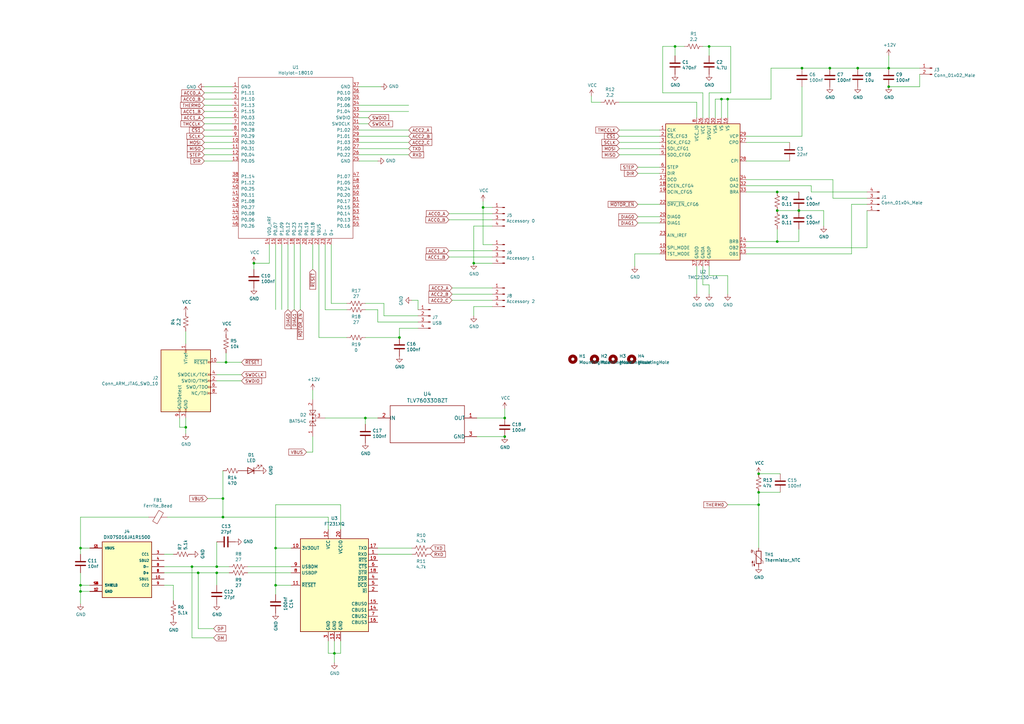
<source format=kicad_sch>
(kicad_sch (version 20211123) (generator eeschema)
  (paper "A3")
  (junction (at 364.49 35.56))
  (junction (at 137.16 267.97))
  (junction (at 311.15 201.93))
  (junction (at 33.02 240.03))
  (junction (at 113.03 240.03))
  (junction (at 351.79 27.94))
  (junction (at 33.02 242.57))
  (junction (at 298.45 40.64))
  (junction (at 104.14 107.95))
  (junction (at 91.44 204.47))
  (junction (at 198.12 85.09))
  (junction (at 295.91 40.64))
  (junction (at 33.02 224.79))
  (junction (at 311.15 194.31))
  (junction (at 88.9 234.95))
  (junction (at 364.49 27.94))
  (junction (at 276.86 19.05))
  (junction (at 318.77 99.06))
  (junction (at 327.66 86.36))
  (junction (at 92.71 148.59))
  (junction (at 311.15 207.01))
  (junction (at 113.03 224.79))
  (junction (at 207.01 171.45))
  (junction (at 78.74 232.41))
  (junction (at 340.36 27.94))
  (junction (at 318.77 86.36))
  (junction (at 290.83 19.05))
  (junction (at 76.2 175.26))
  (junction (at 328.93 27.94))
  (junction (at 81.28 234.95))
  (junction (at 207.01 179.07))
  (junction (at 163.83 138.43))
  (junction (at 91.44 212.09))
  (junction (at 149.86 171.45))
  (junction (at 318.77 78.74))
  (junction (at 88.9 232.41))
  (junction (at 194.31 107.95))
  (wire (pts (xy 33.02 240.03) (xy 33.02 242.57)))
  (wire (pts (xy 68.58 212.09) (xy 91.44 212.09)))
  (wire (pts (xy 91.44 212.09) (xy 134.62 212.09)))
  (wire (pts (xy 355.6 81.28) (xy 341.63 81.28)))
  (wire (pts (xy 88.9 234.95) (xy 81.28 234.95)))
  (wire (pts (xy 125.73 185.42) (xy 128.27 185.42)))
  (wire (pts (xy 142.24 138.43) (xy 130.81 138.43)))
  (wire (pts (xy 260.35 104.14) (xy 260.35 109.22)))
  (wire (pts (xy 290.83 113.03) (xy 298.45 113.03)))
  (wire (pts (xy 299.72 38.1) (xy 299.72 19.05)))
  (wire (pts (xy 270.51 104.14) (xy 260.35 104.14)))
  (wire (pts (xy 76.2 171.45) (xy 76.2 175.26)))
  (wire (pts (xy 83.82 60.96) (xy 95.25 60.96)))
  (wire (pts (xy 78.74 261.62) (xy 87.63 261.62)))
  (wire (pts (xy 130.81 138.43) (xy 130.81 100.33)))
  (wire (pts (xy 33.02 224.79) (xy 36.83 224.79)))
  (wire (pts (xy 95.25 63.5) (xy 83.82 63.5)))
  (wire (pts (xy 88.9 222.25) (xy 88.9 232.41)))
  (wire (pts (xy 198.12 85.09) (xy 198.12 82.55)))
  (wire (pts (xy 306.07 55.88) (xy 328.93 55.88)))
  (wire (pts (xy 110.49 100.33) (xy 110.49 107.95)))
  (wire (pts (xy 285.75 41.91) (xy 254 41.91)))
  (wire (pts (xy 83.82 45.72) (xy 95.25 45.72)))
  (wire (pts (xy 288.29 116.84) (xy 290.83 116.84)))
  (wire (pts (xy 147.32 50.8) (xy 151.13 50.8)))
  (wire (pts (xy 261.62 83.82) (xy 270.51 83.82)))
  (wire (pts (xy 320.04 201.93) (xy 311.15 201.93)))
  (wire (pts (xy 271.78 19.05) (xy 271.78 38.1)))
  (wire (pts (xy 290.83 116.84) (xy 290.83 120.65)))
  (wire (pts (xy 285.75 109.22) (xy 285.75 120.65)))
  (wire (pts (xy 36.83 240.03) (xy 33.02 240.03)))
  (wire (pts (xy 270.51 68.58) (xy 261.62 68.58)))
  (wire (pts (xy 194.31 129.54) (xy 194.31 125.73)))
  (wire (pts (xy 157.48 129.54) (xy 157.48 124.46)))
  (wire (pts (xy 147.32 66.04) (xy 154.94 66.04)))
  (wire (pts (xy 311.15 201.93) (xy 311.15 207.01)))
  (wire (pts (xy 135.89 100.33) (xy 135.89 124.46)))
  (wire (pts (xy 290.83 38.1) (xy 299.72 38.1)))
  (wire (pts (xy 123.19 100.33) (xy 123.19 127)))
  (wire (pts (xy 149.86 124.46) (xy 157.48 124.46)))
  (wire (pts (xy 139.7 207.01) (xy 113.03 207.01)))
  (wire (pts (xy 185.42 123.19) (xy 201.93 123.19)))
  (wire (pts (xy 92.71 148.59) (xy 88.9 148.59)))
  (wire (pts (xy 137.16 267.97) (xy 134.62 267.97)))
  (wire (pts (xy 341.63 73.66) (xy 341.63 81.28)))
  (wire (pts (xy 195.58 171.45) (xy 207.01 171.45)))
  (wire (pts (xy 201.93 102.87) (xy 184.15 102.87)))
  (wire (pts (xy 33.02 227.33) (xy 33.02 224.79)))
  (wire (pts (xy 83.82 58.42) (xy 95.25 58.42)))
  (wire (pts (xy 242.57 39.37) (xy 242.57 41.91)))
  (wire (pts (xy 306.07 101.6) (xy 355.6 101.6)))
  (wire (pts (xy 83.82 50.8) (xy 95.25 50.8)))
  (wire (pts (xy 194.31 92.71) (xy 201.93 92.71)))
  (wire (pts (xy 293.37 40.64) (xy 295.91 40.64)))
  (wire (pts (xy 270.51 88.9) (xy 261.62 88.9)))
  (wire (pts (xy 135.89 124.46) (xy 142.24 124.46)))
  (wire (pts (xy 154.94 132.08) (xy 171.45 132.08)))
  (wire (pts (xy 198.12 100.33) (xy 198.12 85.09)))
  (wire (pts (xy 323.85 66.04) (xy 306.07 66.04)))
  (wire (pts (xy 311.15 207.01) (xy 311.15 224.79)))
  (wire (pts (xy 119.38 224.79) (xy 113.03 224.79)))
  (wire (pts (xy 201.93 105.41) (xy 184.15 105.41)))
  (wire (pts (xy 133.35 127) (xy 133.35 100.33)))
  (wire (pts (xy 147.32 35.56) (xy 156.21 35.56)))
  (wire (pts (xy 270.51 55.88) (xy 254 55.88)))
  (wire (pts (xy 332.74 78.74) (xy 355.6 78.74)))
  (wire (pts (xy 318.77 93.98) (xy 318.77 99.06)))
  (wire (pts (xy 154.94 127) (xy 149.86 127)))
  (wire (pts (xy 316.23 27.94) (xy 328.93 27.94)))
  (wire (pts (xy 270.51 63.5) (xy 254 63.5)))
  (wire (pts (xy 115.57 127) (xy 115.57 100.33)))
  (wire (pts (xy 328.93 27.94) (xy 340.36 27.94)))
  (wire (pts (xy 128.27 100.33) (xy 128.27 110.49)))
  (wire (pts (xy 201.93 87.63) (xy 184.15 87.63)))
  (wire (pts (xy 167.64 63.5) (xy 147.32 63.5)))
  (wire (pts (xy 167.64 45.72) (xy 147.32 45.72)))
  (wire (pts (xy 119.38 240.03) (xy 113.03 240.03)))
  (wire (pts (xy 195.58 179.07) (xy 207.01 179.07)))
  (wire (pts (xy 327.66 93.98) (xy 327.66 99.06)))
  (wire (pts (xy 163.83 138.43) (xy 163.83 134.62)))
  (wire (pts (xy 377.19 30.48) (xy 377.19 35.56)))
  (wire (pts (xy 201.93 107.95) (xy 194.31 107.95)))
  (wire (pts (xy 185.42 118.11) (xy 201.93 118.11)))
  (wire (pts (xy 327.66 78.74) (xy 318.77 78.74)))
  (wire (pts (xy 270.51 71.12) (xy 261.62 71.12)))
  (wire (pts (xy 134.62 267.97) (xy 134.62 262.89)))
  (wire (pts (xy 81.28 234.95) (xy 67.31 234.95)))
  (wire (pts (xy 171.45 129.54) (xy 157.48 129.54)))
  (wire (pts (xy 167.64 60.96) (xy 147.32 60.96)))
  (wire (pts (xy 295.91 40.64) (xy 298.45 40.64)))
  (wire (pts (xy 83.82 53.34) (xy 95.25 53.34)))
  (wire (pts (xy 92.71 144.78) (xy 92.71 148.59)))
  (wire (pts (xy 67.31 240.03) (xy 71.12 240.03)))
  (wire (pts (xy 60.96 212.09) (xy 33.02 212.09)))
  (wire (pts (xy 201.93 90.17) (xy 184.15 90.17)))
  (wire (pts (xy 332.74 76.2) (xy 306.07 76.2)))
  (wire (pts (xy 288.29 38.1) (xy 288.29 48.26)))
  (wire (pts (xy 295.91 48.26) (xy 295.91 40.64)))
  (wire (pts (xy 147.32 48.26) (xy 151.13 48.26)))
  (wire (pts (xy 101.6 234.95) (xy 119.38 234.95)))
  (wire (pts (xy 91.44 204.47) (xy 91.44 212.09)))
  (wire (pts (xy 128.27 185.42) (xy 128.27 179.07)))
  (wire (pts (xy 298.45 113.03) (xy 298.45 120.65)))
  (wire (pts (xy 76.2 135.89) (xy 76.2 140.97)))
  (wire (pts (xy 364.49 22.86) (xy 364.49 27.94)))
  (wire (pts (xy 99.06 153.67) (xy 88.9 153.67)))
  (wire (pts (xy 167.64 43.18) (xy 147.32 43.18)))
  (wire (pts (xy 134.62 212.09) (xy 134.62 217.17)))
  (wire (pts (xy 36.83 242.57) (xy 33.02 242.57)))
  (wire (pts (xy 185.42 120.65) (xy 201.93 120.65)))
  (wire (pts (xy 293.37 48.26) (xy 293.37 40.64)))
  (wire (pts (xy 163.83 134.62) (xy 171.45 134.62)))
  (wire (pts (xy 139.7 207.01) (xy 139.7 217.17)))
  (wire (pts (xy 83.82 48.26) (xy 95.25 48.26)))
  (wire (pts (xy 110.49 107.95) (xy 104.14 107.95)))
  (wire (pts (xy 83.82 43.18) (xy 95.25 43.18)))
  (wire (pts (xy 142.24 127) (xy 133.35 127)))
  (wire (pts (xy 298.45 207.01) (xy 311.15 207.01)))
  (wire (pts (xy 328.93 55.88) (xy 328.93 35.56)))
  (wire (pts (xy 118.11 127) (xy 118.11 100.33)))
  (wire (pts (xy 168.91 227.33) (xy 154.94 227.33)))
  (wire (pts (xy 290.83 48.26) (xy 290.83 38.1)))
  (wire (pts (xy 320.04 194.31) (xy 311.15 194.31)))
  (wire (pts (xy 377.19 27.94) (xy 364.49 27.94)))
  (wire (pts (xy 332.74 78.74) (xy 332.74 76.2)))
  (wire (pts (xy 306.07 58.42) (xy 323.85 58.42)))
  (wire (pts (xy 128.27 160.02) (xy 128.27 163.83)))
  (wire (pts (xy 104.14 110.49) (xy 104.14 107.95)))
  (wire (pts (xy 298.45 48.26) (xy 298.45 40.64)))
  (wire (pts (xy 88.9 240.03) (xy 88.9 234.95)))
  (wire (pts (xy 120.65 100.33) (xy 120.65 127)))
  (wire (pts (xy 99.06 156.21) (xy 88.9 156.21)))
  (wire (pts (xy 113.03 240.03) (xy 113.03 243.84)))
  (wire (pts (xy 137.16 267.97) (xy 137.16 271.78)))
  (wire (pts (xy 33.02 212.09) (xy 33.02 224.79)))
  (wire (pts (xy 290.83 109.22) (xy 290.83 113.03)))
  (wire (pts (xy 139.7 267.97) (xy 137.16 267.97)))
  (wire (pts (xy 113.03 127) (xy 113.03 100.33)))
  (wire (pts (xy 318.77 86.36) (xy 327.66 86.36)))
  (wire (pts (xy 93.98 234.95) (xy 88.9 234.95)))
  (wire (pts (xy 270.51 58.42) (xy 254 58.42)))
  (wire (pts (xy 270.51 91.44) (xy 261.62 91.44)))
  (wire (pts (xy 271.78 38.1) (xy 288.29 38.1)))
  (wire (pts (xy 168.91 123.19) (xy 171.45 123.19)))
  (wire (pts (xy 149.86 138.43) (xy 163.83 138.43)))
  (wire (pts (xy 73.66 171.45) (xy 73.66 175.26)))
  (wire (pts (xy 276.86 19.05) (xy 271.78 19.05)))
  (wire (pts (xy 171.45 123.19) (xy 171.45 127)))
  (wire (pts (xy 194.31 125.73) (xy 201.93 125.73)))
  (wire (pts (xy 318.77 99.06) (xy 306.07 99.06)))
  (wire (pts (xy 33.02 234.95) (xy 33.02 240.03)))
  (wire (pts (xy 194.31 107.95) (xy 194.31 92.71)))
  (wire (pts (xy 201.93 100.33) (xy 198.12 100.33)))
  (wire (pts (xy 81.28 257.81) (xy 81.28 234.95)))
  (wire (pts (xy 83.82 35.56) (xy 95.25 35.56)))
  (wire (pts (xy 288.29 19.05) (xy 290.83 19.05)))
  (wire (pts (xy 316.23 40.64) (xy 316.23 27.94)))
  (wire (pts (xy 201.93 85.09) (xy 198.12 85.09)))
  (wire (pts (xy 85.09 204.47) (xy 91.44 204.47)))
  (wire (pts (xy 139.7 262.89) (xy 139.7 267.97)))
  (wire (pts (xy 327.66 99.06) (xy 318.77 99.06)))
  (wire (pts (xy 83.82 38.1) (xy 95.25 38.1)))
  (wire (pts (xy 288.29 109.22) (xy 288.29 116.84)))
  (wire (pts (xy 377.19 35.56) (xy 364.49 35.56)))
  (wire (pts (xy 147.32 55.88) (xy 167.64 55.88)))
  (wire (pts (xy 87.63 257.81) (xy 81.28 257.81)))
  (wire (pts (xy 337.82 86.36) (xy 337.82 92.71)))
  (wire (pts (xy 207.01 171.45) (xy 207.01 167.64)))
  (wire (pts (xy 113.03 224.79) (xy 113.03 240.03)))
  (wire (pts (xy 298.45 40.64) (xy 316.23 40.64)))
  (wire (pts (xy 78.74 232.41) (xy 78.74 261.62)))
  (wire (pts (xy 83.82 55.88) (xy 95.25 55.88)))
  (wire (pts (xy 341.63 73.66) (xy 306.07 73.66)))
  (wire (pts (xy 88.9 232.41) (xy 78.74 232.41)))
  (wire (pts (xy 149.86 171.45) (xy 154.94 171.45)))
  (wire (pts (xy 270.51 53.34) (xy 254 53.34)))
  (wire (pts (xy 147.32 53.34) (xy 167.64 53.34)))
  (wire (pts (xy 137.16 262.89) (xy 137.16 267.97)))
  (wire (pts (xy 285.75 48.26) (xy 285.75 41.91)))
  (wire (pts (xy 113.03 207.01) (xy 113.03 224.79)))
  (wire (pts (xy 299.72 19.05) (xy 290.83 19.05)))
  (wire (pts (xy 349.25 83.82) (xy 355.6 83.82)))
  (wire (pts (xy 327.66 86.36) (xy 337.82 86.36)))
  (wire (pts (xy 154.94 127) (xy 154.94 132.08)))
  (wire (pts (xy 149.86 173.99) (xy 149.86 171.45)))
  (wire (pts (xy 101.6 232.41) (xy 119.38 232.41)))
  (wire (pts (xy 95.25 66.04) (xy 83.82 66.04)))
  (wire (pts (xy 73.66 175.26) (xy 76.2 175.26)))
  (wire (pts (xy 71.12 227.33) (xy 67.31 227.33)))
  (wire (pts (xy 349.25 104.14) (xy 349.25 83.82)))
  (wire (pts (xy 133.35 171.45) (xy 149.86 171.45)))
  (wire (pts (xy 91.44 193.04) (xy 91.44 204.47)))
  (wire (pts (xy 318.77 78.74) (xy 306.07 78.74)))
  (wire (pts (xy 276.86 19.05) (xy 276.86 22.86)))
  (wire (pts (xy 168.91 224.79) (xy 154.94 224.79)))
  (wire (pts (xy 78.74 232.41) (xy 67.31 232.41)))
  (wire (pts (xy 76.2 175.26) (xy 76.2 177.8)))
  (wire (pts (xy 355.6 86.36) (xy 355.6 101.6)))
  (wire (pts (xy 280.67 19.05) (xy 276.86 19.05)))
  (wire (pts (xy 242.57 41.91) (xy 246.38 41.91)))
  (wire (pts (xy 147.32 58.42) (xy 167.64 58.42)))
  (wire (pts (xy 33.02 242.57) (xy 33.02 247.65)))
  (wire (pts (xy 340.36 27.94) (xy 351.79 27.94)))
  (wire (pts (xy 71.12 240.03) (xy 71.12 246.38)))
  (wire (pts (xy 99.06 148.59) (xy 92.71 148.59)))
  (wire (pts (xy 290.83 19.05) (xy 290.83 22.86)))
  (wire (pts (xy 93.98 232.41) (xy 88.9 232.41)))
  (wire (pts (xy 270.51 60.96) (xy 254 60.96)))
  (wire (pts (xy 327.66 86.36) (xy 327.66 87.63)))
  (wire (pts (xy 351.79 27.94) (xy 364.49 27.94)))
  (wire (pts (xy 306.07 104.14) (xy 349.25 104.14)))
  (wire (pts (xy 83.82 40.64) (xy 95.25 40.64)))
  (global_label "RXD" (shape input) (at 167.64 63.5 0) (property "Intersheet References" "${INTERSHEET_REFS}" (effects hide)))
  (global_label "DIR" (shape input) (at 261.62 71.12 180) (property "Intersheet References" "${INTERSHEET_REFS}" (effects hide)))
  (global_label "ACC2_A" (shape input) (at 185.42 118.11 180) (property "Intersheet References" "${INTERSHEET_REFS}" (effects hide)))
  (global_label "ACC1_B" (shape input) (at 83.82 45.72 180) (property "Intersheet References" "${INTERSHEET_REFS}" (effects hide)))
  (global_label "SWDCLK" (shape input) (at 99.06 153.67 0) (property "Intersheet References" "${INTERSHEET_REFS}" (effects hide)))
  (global_label "~{MOTOR_EN}" (shape input) (at 123.19 127 270) (property "Intersheet References" "${INTERSHEET_REFS}" (effects hide)))
  (global_label "MISO" (shape input) (at 254 63.5 180) (property "Intersheet References" "${INTERSHEET_REFS}" (effects hide)))
  (global_label "ACC0_A" (shape input) (at 184.15 87.63 180) (property "Intersheet References" "${INTERSHEET_REFS}" (effects hide)))
  (global_label "~{CS1}" (shape input) (at 83.82 53.34 180) (property "Intersheet References" "${INTERSHEET_REFS}" (effects hide)))
  (global_label "TMCCLK" (shape input) (at 83.82 50.8 180) (property "Intersheet References" "${INTERSHEET_REFS}" (effects hide)))
  (global_label "DM" (shape input) (at 87.63 261.62 0) (property "Intersheet References" "${INTERSHEET_REFS}" (effects hide)))
  (global_label "ACC0_A" (shape input) (at 83.82 38.1 180) (property "Intersheet References" "${INTERSHEET_REFS}" (effects hide)))
  (global_label "STEP" (shape input) (at 261.62 68.58 180) (property "Intersheet References" "${INTERSHEET_REFS}" (effects hide)))
  (global_label "DIR" (shape input) (at 83.82 66.04 180) (property "Intersheet References" "${INTERSHEET_REFS}" (effects hide)))
  (global_label "VBUS" (shape input) (at 125.73 185.42 180) (property "Intersheet References" "${INTERSHEET_REFS}" (effects hide)))
  (global_label "ACC1_A" (shape input) (at 184.15 102.87 180) (property "Intersheet References" "${INTERSHEET_REFS}" (effects hide)))
  (global_label "TXD" (shape input) (at 176.53 224.79 0) (property "Intersheet References" "${INTERSHEET_REFS}" (effects hide)))
  (global_label "SWDCLK" (shape input) (at 151.13 50.8 0) (property "Intersheet References" "${INTERSHEET_REFS}" (effects hide)))
  (global_label "SWDIO" (shape input) (at 151.13 48.26 0) (property "Intersheet References" "${INTERSHEET_REFS}" (effects hide)))
  (global_label "VBUS" (shape input) (at 85.09 204.47 180) (property "Intersheet References" "${INTERSHEET_REFS}" (effects hide)))
  (global_label "ACC0_B" (shape input) (at 184.15 90.17 180) (property "Intersheet References" "${INTERSHEET_REFS}" (effects hide)))
  (global_label "STEP" (shape input) (at 83.82 63.5 180) (property "Intersheet References" "${INTERSHEET_REFS}" (effects hide)))
  (global_label "DIAG1" (shape input) (at 120.65 127 270) (property "Intersheet References" "${INTERSHEET_REFS}" (effects hide)))
  (global_label "MOSI" (shape input) (at 83.82 58.42 180) (property "Intersheet References" "${INTERSHEET_REFS}" (effects hide)))
  (global_label "SCLK" (shape input) (at 254 58.42 180) (property "Intersheet References" "${INTERSHEET_REFS}" (effects hide)))
  (global_label "ACC2_C" (shape input) (at 167.64 58.42 0) (property "Intersheet References" "${INTERSHEET_REFS}" (effects hide)))
  (global_label "MOSI" (shape input) (at 254 60.96 180) (property "Intersheet References" "${INTERSHEET_REFS}" (effects hide)))
  (global_label "ACC1_B" (shape input) (at 184.15 105.41 180) (property "Intersheet References" "${INTERSHEET_REFS}" (effects hide)))
  (global_label "MISO" (shape input) (at 83.82 60.96 180) (property "Intersheet References" "${INTERSHEET_REFS}" (effects hide)))
  (global_label "THERM0" (shape input) (at 83.82 43.18 180) (property "Intersheet References" "${INTERSHEET_REFS}" (effects hide)))
  (global_label "ACC0_B" (shape input) (at 83.82 40.64 180) (property "Intersheet References" "${INTERSHEET_REFS}" (effects hide)))
  (global_label "DIAG0" (shape input) (at 261.62 88.9 180) (property "Intersheet References" "${INTERSHEET_REFS}" (effects hide)))
  (global_label "ACC1_A" (shape input) (at 83.82 48.26 180) (property "Intersheet References" "${INTERSHEET_REFS}" (effects hide)))
  (global_label "ACC2_C" (shape input) (at 185.42 123.19 180) (property "Intersheet References" "${INTERSHEET_REFS}" (effects hide)))
  (global_label "RXD" (shape input) (at 176.53 227.33 0) (property "Intersheet References" "${INTERSHEET_REFS}" (effects hide)))
  (global_label "SCLK" (shape input) (at 83.82 55.88 180) (property "Intersheet References" "${INTERSHEET_REFS}" (effects hide)))
  (global_label "SWDIO" (shape input) (at 99.06 156.21 0) (property "Intersheet References" "${INTERSHEET_REFS}" (effects hide)))
  (global_label "ACC2_A" (shape input) (at 167.64 53.34 0) (property "Intersheet References" "${INTERSHEET_REFS}" (effects hide)))
  (global_label "DIAG0" (shape input) (at 118.11 127 270) (property "Intersheet References" "${INTERSHEET_REFS}" (effects hide)))
  (global_label "~{RESET}" (shape input) (at 128.27 110.49 270) (property "Intersheet References" "${INTERSHEET_REFS}" (effects hide)))
  (global_label "TXD" (shape input) (at 167.64 60.96 0) (property "Intersheet References" "${INTERSHEET_REFS}" (effects hide)))
  (global_label "DIAG1" (shape input) (at 261.62 91.44 180) (property "Intersheet References" "${INTERSHEET_REFS}" (effects hide)))
  (global_label "~{MOTOR_EN}" (shape input) (at 261.62 83.82 180) (property "Intersheet References" "${INTERSHEET_REFS}" (effects hide)))
  (global_label "~{RESET}" (shape input) (at 99.06 148.59 0) (property "Intersheet References" "${INTERSHEET_REFS}" (effects hide)))
  (global_label "TMCCLK" (shape input) (at 254 53.34 180) (property "Intersheet References" "${INTERSHEET_REFS}" (effects hide)))
  (global_label "~{CS1}" (shape input) (at 254 55.88 180) (property "Intersheet References" "${INTERSHEET_REFS}" (effects hide)))
  (global_label "ACC2_B" (shape input) (at 185.42 120.65 180) (property "Intersheet References" "${INTERSHEET_REFS}" (effects hide)))
  (global_label "DP" (shape input) (at 87.63 257.81 0) (property "Intersheet References" "${INTERSHEET_REFS}" (effects hide)))
  (global_label "THERM0" (shape input) (at 298.45 207.01 180) (property "Intersheet References" "${INTERSHEET_REFS}" (effects hide)))
  (global_label "ACC2_B" (shape input) (at 167.64 55.88 0) (property "Intersheet References" "${INTERSHEET_REFS}" (effects hide)))
  (symbol (lib_id "phocuser-rescue:HolyIot-18010-Phischbol") (at 95.25 29.21 0) (unit 1)
    (property "Reference" "U1" (at 121.285 27.559 0))
    (property "Value" "HolyIot-18010" (at 121.285 29.8704 0))
    (property "Footprint" "Phischbol:HOLYIOT-18010" (effects hide))
  )
  (symbol (lib_id "phocuser-rescue:TMC2130-LA-Driver_Motor") (at 288.29 78.74 0) (unit 1)
    (property "Reference" "U2" (at 288.29 111.4806 0))
    (property "Value" "TMC2130-LA" (at 288.29 113.792 0))
    (property "Footprint" "Package_DFN_QFN:QFN-36-1EP_5x6mm_P0.5mm_EP3.6x4.1mm_ThermalVias" (effects hide))
    (property "Datasheet" "http://www.trinamic.com/fileadmin/assets/Products/ICs_Documents/TMC2130_datasheet.pdf" (effects hide))
  )
  (symbol (lib_id "power:GND") (at 260.35 109.22 0) (unit 1)
    (property "Reference" "#PWR0101" (effects hide))
    (property "Value" "GND" (at 260.477 113.6142 0))
  )
  (symbol (lib_id "power:GND") (at 285.75 120.65 0) (unit 1)
    (property "Reference" "#PWR0102" (effects hide))
    (property "Value" "GND" (at 285.877 125.0442 0))
  )
  (symbol (lib_id "Device:C") (at 290.83 26.67 0) (unit 1)
    (property "Reference" "C2" (at 293.751 25.5016 0) (effects (justify left)))
    (property "Value" "4.7U" (at 293.751 27.813 0) (effects (justify left)))
    (property "Footprint" "Capacitor_SMD:C_0805_2012Metric" (effects hide))
  )
  (symbol (lib_id "Device:C") (at 276.86 26.67 0) (unit 1)
    (property "Reference" "C1" (at 279.781 25.5016 0) (effects (justify left)))
    (property "Value" "470nF" (at 279.781 27.813 0) (effects (justify left)))
    (property "Footprint" "Capacitor_SMD:C_0402_1005Metric" (effects hide))
  )
  (symbol (lib_id "Device:R_US") (at 284.48 19.05 270) (unit 1)
    (property "Reference" "R1" (at 284.48 13.843 90))
    (property "Value" "2.2" (at 284.48 16.1544 90))
    (property "Footprint" "Resistor_SMD:R_0402_1005Metric" (effects hide))
  )
  (symbol (lib_id "power:GND") (at 276.86 30.48 0) (unit 1)
    (property "Reference" "#PWR0104" (effects hide))
    (property "Value" "GND" (at 276.987 34.8742 0))
  )
  (symbol (lib_id "Connector:Conn_01x04_Male") (at 360.68 83.82 180) (unit 1)
    (property "Reference" "J1" (at 361.3912 80.8228 0) (effects (justify right)))
    (property "Value" "Conn_01x04_Male" (at 361.3912 83.1342 0) (effects (justify right)))
    (property "Footprint" "Connector_JST:JST_XH_B4B-XH-A_1x04_P2.50mm_Vertical" (effects hide))
  )
  (symbol (lib_id "Device:C") (at 323.85 62.23 0) (unit 1)
    (property "Reference" "C3" (at 326.771 61.0616 0) (effects (justify left)))
    (property "Value" "22nf" (at 326.771 63.373 0) (effects (justify left)))
    (property "Footprint" "Capacitor_SMD:C_0402_1005Metric" (effects hide))
  )
  (symbol (lib_id "Device:C") (at 328.93 31.75 0) (unit 1)
    (property "Reference" "C6" (at 331.851 30.5816 0) (effects (justify left)))
    (property "Value" "100nf" (at 331.851 32.893 0) (effects (justify left)))
    (property "Footprint" "Capacitor_SMD:C_0402_1005Metric" (effects hide))
  )
  (symbol (lib_id "Device:C") (at 340.36 31.75 0) (unit 1)
    (property "Reference" "C7" (at 343.281 30.5816 0) (effects (justify left)))
    (property "Value" "100nf" (at 343.281 32.893 0) (effects (justify left)))
    (property "Footprint" "Capacitor_SMD:C_0402_1005Metric" (effects hide))
  )
  (symbol (lib_id "Device:C") (at 351.79 31.75 0) (unit 1)
    (property "Reference" "C8" (at 354.711 30.5816 0) (effects (justify left)))
    (property "Value" "10u" (at 354.711 32.893 0) (effects (justify left)))
    (property "Footprint" "Capacitor_SMD:C_0805_2012Metric" (effects hide))
  )
  (symbol (lib_id "Device:C") (at 364.49 31.75 0) (unit 1)
    (property "Reference" "C9" (at 367.411 30.5816 0) (effects (justify left)))
    (property "Value" "100nf" (at 367.411 32.893 0) (effects (justify left)))
    (property "Footprint" "Capacitor_SMD:C_0402_1005Metric" (effects hide))
  )
  (symbol (lib_id "Device:R_US") (at 318.77 82.55 180) (unit 1)
    (property "Reference" "R2" (at 320.4972 81.3816 0) (effects (justify right)))
    (property "Value" "0.11" (at 320.4972 83.693 0) (effects (justify right)))
    (property "Footprint" "Resistor_SMD:R_0805_2012Metric" (effects hide))
  )
  (symbol (lib_id "Device:R_US") (at 318.77 90.17 180) (unit 1)
    (property "Reference" "R3" (at 320.4972 89.0016 0) (effects (justify right)))
    (property "Value" "0.11" (at 320.4972 91.313 0) (effects (justify right)))
    (property "Footprint" "Resistor_SMD:R_0805_2012Metric" (effects hide))
  )
  (symbol (lib_id "Device:C") (at 327.66 82.55 0) (unit 1)
    (property "Reference" "C4" (at 330.581 81.3816 0) (effects (justify left)))
    (property "Value" "100nf" (at 330.581 83.693 0) (effects (justify left)))
    (property "Footprint" "Capacitor_SMD:C_0402_1005Metric" (effects hide))
  )
  (symbol (lib_id "Device:C") (at 327.66 90.17 0) (unit 1)
    (property "Reference" "C5" (at 330.581 89.0016 0) (effects (justify left)))
    (property "Value" "100nf" (at 330.581 91.313 0) (effects (justify left)))
    (property "Footprint" "Capacitor_SMD:C_0402_1005Metric" (effects hide))
  )
  (symbol (lib_id "power:+12V") (at 364.49 22.86 0) (unit 1)
    (property "Reference" "#PWR0111" (effects hide))
    (property "Value" "+12V" (at 364.871 18.4658 0))
  )
  (symbol (lib_id "Connector:Conn_01x02_Male") (at 382.27 27.94 0) (mirror y) (unit 1)
    (property "Reference" "J3" (at 382.9812 28.6004 0) (effects (justify right)))
    (property "Value" "Conn_01x02_Male" (at 382.9812 30.9118 0) (effects (justify right)))
    (property "Footprint" "Connector_JST:JST_XH_B2B-XH-AM_1x02_P2.50mm_Vertical" (effects hide))
  )
  (symbol (lib_id "Connector:Conn_ARM_JTAG_SWD_10") (at 76.2 156.21 0) (unit 1)
    (property "Reference" "J2" (at 64.9478 155.0416 0) (effects (justify right)))
    (property "Value" "Conn_ARM_JTAG_SWD_10" (at 64.9478 157.353 0) (effects (justify right)))
    (property "Footprint" "Connector_PinHeader_1.27mm:PinHeader_2x05_P1.27mm_Vertical_SMD" (effects hide))
    (property "Datasheet" "http://infocenter.arm.com/help/topic/com.arm.doc.ddi0314h/DDI0314H_coresight_components_trm.pdf" (effects hide))
  )
  (symbol (lib_id "power:GND") (at 76.2 177.8 0) (unit 1)
    (property "Reference" "#PWR0112" (effects hide))
    (property "Value" "GND" (at 76.327 182.1942 0))
  )
  (symbol (lib_id "power:VCC") (at 76.2 128.27 0) (unit 1)
    (property "Reference" "#PWR0113" (effects hide))
    (property "Value" "VCC" (at 76.581 123.8758 0))
  )
  (symbol (lib_id "power:VCC") (at 104.14 107.95 0) (unit 1)
    (property "Reference" "#PWR0114" (effects hide))
    (property "Value" "VCC" (at 104.521 103.5558 0))
  )
  (symbol (lib_id "Device:C") (at 104.14 114.3 0) (unit 1)
    (property "Reference" "C10" (at 107.061 113.1316 0) (effects (justify left)))
    (property "Value" "100nf" (at 107.061 115.443 0) (effects (justify left)))
    (property "Footprint" "Capacitor_SMD:C_0402_1005Metric" (effects hide))
  )
  (symbol (lib_id "power:GND") (at 104.14 118.11 0) (unit 1)
    (property "Reference" "#PWR0115" (effects hide))
    (property "Value" "GND" (at 104.267 122.5042 0))
  )
  (symbol (lib_id "power:GND") (at 156.21 35.56 90) (unit 1)
    (property "Reference" "#PWR0116" (effects hide))
    (property "Value" "GND" (at 159.4612 35.433 90) (effects (justify right)))
  )
  (symbol (lib_id "power:GND") (at 154.94 66.04 90) (unit 1)
    (property "Reference" "#PWR0117" (effects hide))
    (property "Value" "GND" (at 158.1912 65.913 90) (effects (justify right)))
  )
  (symbol (lib_id "power:GND") (at 83.82 35.56 270) (unit 1)
    (property "Reference" "#PWR0118" (effects hide))
    (property "Value" "GND" (at 80.5688 35.687 90) (effects (justify right)))
  )
  (symbol (lib_id "Interface_USB:FT231XQ") (at 137.16 240.03 0) (unit 1)
    (property "Reference" "U3" (at 137.16 212.5726 0))
    (property "Value" "FT231XQ" (at 137.16 214.884 0))
    (property "Footprint" "Package_DFN_QFN:QFN-20-1EP_4x4mm_P0.5mm_EP2.5x2.5mm_ThermalVias" (effects hide))
    (property "Datasheet" "https://www.ftdichip.com/Support/Documents/DataSheets/ICs/DS_FT231X.pdf" (effects hide))
  )
  (symbol (lib_id "Device:Thermistor_NTC") (at 311.15 228.6 0) (unit 1)
    (property "Reference" "TH1" (at 313.6392 227.4316 0) (effects (justify left)))
    (property "Value" "Thermistor_NTC" (at 313.6392 229.743 0) (effects (justify left)))
    (property "Footprint" "Resistor_SMD:R_0402_1005Metric" (effects hide))
  )
  (symbol (lib_id "Device:R_US") (at 311.15 198.12 180) (unit 1)
    (property "Reference" "R13" (at 312.8772 196.9516 0) (effects (justify right)))
    (property "Value" "47k" (at 312.8772 199.263 0) (effects (justify right)))
    (property "Footprint" "Resistor_SMD:R_0402_1005Metric" (effects hide))
  )
  (symbol (lib_id "power:VCC") (at 311.15 194.31 0) (unit 1)
    (property "Reference" "#PWR0119" (effects hide))
    (property "Value" "VCC" (at 311.531 189.9158 0))
  )
  (symbol (lib_id "power:GND") (at 311.15 232.41 0) (unit 1)
    (property "Reference" "#PWR0120" (effects hide))
    (property "Value" "GND" (at 311.277 236.8042 0))
  )
  (symbol (lib_id "Device:C") (at 320.04 198.12 0) (unit 1)
    (property "Reference" "C15" (at 322.961 196.9516 0) (effects (justify left)))
    (property "Value" "100nf" (at 322.961 199.263 0) (effects (justify left)))
    (property "Footprint" "Capacitor_SMD:C_0402_1005Metric" (effects hide))
  )
  (symbol (lib_id "Device:LED") (at 102.87 193.04 180) (unit 1)
    (property "Reference" "D1" (at 103.0478 186.563 0))
    (property "Value" "LED" (at 103.0478 188.8744 0))
    (property "Footprint" "LED_SMD:LED_0603_1608Metric" (effects hide))
  )
  (symbol (lib_id "Device:R_US") (at 95.25 193.04 270) (unit 1)
    (property "Reference" "R14" (at 95.25 195.9102 90))
    (property "Value" "470" (at 95.25 198.2216 90))
    (property "Footprint" "Resistor_SMD:R_0402_1005Metric" (effects hide))
  )
  (symbol (lib_id "power:GND") (at 106.68 193.04 90) (unit 1)
    (property "Reference" "#PWR0121" (effects hide))
    (property "Value" "GND" (at 111.0742 192.913 0))
  )
  (symbol (lib_id "Device:R_US") (at 250.19 41.91 270) (unit 1)
    (property "Reference" "R12" (at 250.19 36.703 90))
    (property "Value" "2.2" (at 250.19 39.0144 90))
    (property "Footprint" "Resistor_SMD:R_0402_1005Metric" (effects hide))
  )
  (symbol (lib_id "power:VCC") (at 242.57 39.37 0) (unit 1)
    (property "Reference" "#PWR0127" (effects hide))
    (property "Value" "VCC" (at 242.951 34.9758 0))
  )
  (symbol (lib_id "Device:R_US") (at 76.2 132.08 0) (unit 1)
    (property "Reference" "R4" (at 70.993 132.08 90))
    (property "Value" "2.2" (at 73.3044 132.08 90))
    (property "Footprint" "Resistor_SMD:R_0402_1005Metric" (effects hide))
  )
  (symbol (lib_id "phocuser-rescue:DX07S016JA1R1500-DX07S016JA1R1500") (at 52.07 232.41 0) (mirror y) (unit 1)
    (property "Reference" "J4" (at 52.07 218.0082 0))
    (property "Value" "DX07S016JA1R1500" (at 52.07 220.3196 0))
    (property "Footprint" "usbccon:JAE_DX07S016JA1R1500" (effects hide))
    (property "STANDARD" "Manufacturer Recommendations" (effects hide))
    (property "MANUFACTURER" "JAE Industry Ltd." (effects hide))
    (property "MAXIMUM_PACKAGE_HEIGHT" "3.31 mm" (effects hide))
    (property "PARTREV" "1" (effects hide))
  )
  (symbol (lib_id "phocuser-rescue:Ferrite_Bead-Device") (at 64.77 212.09 270) (unit 1)
    (property "Reference" "FB1" (at 64.77 205.1304 90))
    (property "Value" "Ferrite_Bead" (at 64.77 207.4418 90))
    (property "Footprint" "Inductor_SMD:L_0402_1005Metric" (effects hide))
  )
  (symbol (lib_id "power:GND") (at 33.02 247.65 0) (unit 1)
    (property "Reference" "#PWR0128" (effects hide))
    (property "Value" "GND" (at 33.147 252.0442 0))
  )
  (symbol (lib_id "Device:R_US") (at 71.12 250.19 0) (unit 1)
    (property "Reference" "R6" (at 72.8472 249.0216 0) (effects (justify left)))
    (property "Value" "5.1k" (at 72.8472 251.333 0) (effects (justify left)))
    (property "Footprint" "Resistor_SMD:R_0402_1005Metric" (effects hide))
  )
  (symbol (lib_id "Device:R_US") (at 74.93 227.33 90) (unit 1)
    (property "Reference" "R7" (at 73.7616 225.6028 0) (effects (justify left)))
    (property "Value" "5.1k" (at 76.073 225.6028 0) (effects (justify left)))
    (property "Footprint" "Resistor_SMD:R_0402_1005Metric" (effects hide))
  )
  (symbol (lib_id "power:GND") (at 71.12 254 0) (unit 1)
    (property "Reference" "#PWR0129" (effects hide))
    (property "Value" "GND" (at 71.247 258.3942 0))
  )
  (symbol (lib_id "power:GND") (at 78.74 227.33 90) (unit 1)
    (property "Reference" "#PWR0130" (effects hide))
    (property "Value" "GND" (at 83.1342 227.203 0))
  )
  (symbol (lib_id "Device:R_US") (at 97.79 232.41 270) (unit 1)
    (property "Reference" "R8" (at 97.79 227.203 90))
    (property "Value" "27" (at 97.79 229.5144 90))
    (property "Footprint" "Resistor_SMD:R_0402_1005Metric" (effects hide))
  )
  (symbol (lib_id "Device:R_US") (at 97.79 234.95 270) (unit 1)
    (property "Reference" "R9" (at 97.79 237.8202 90))
    (property "Value" "27" (at 97.79 240.1316 90))
    (property "Footprint" "Resistor_SMD:R_0402_1005Metric" (effects hide))
  )
  (symbol (lib_id "Device:C") (at 88.9 243.84 0) (unit 1)
    (property "Reference" "C12" (at 91.821 242.6716 0) (effects (justify left)))
    (property "Value" "27pf" (at 91.821 244.983 0) (effects (justify left)))
    (property "Footprint" "Capacitor_SMD:C_0402_1005Metric" (effects hide))
  )
  (symbol (lib_id "Device:C") (at 92.71 222.25 270) (unit 1)
    (property "Reference" "C13" (at 92.71 215.8492 90))
    (property "Value" "27pf" (at 92.71 218.1606 90))
    (property "Footprint" "Capacitor_SMD:C_0402_1005Metric" (effects hide))
  )
  (symbol (lib_id "power:GND") (at 96.52 222.25 90) (unit 1)
    (property "Reference" "#PWR0131" (effects hide))
    (property "Value" "GND" (at 99.7712 222.123 90) (effects (justify right)))
  )
  (symbol (lib_id "power:GND") (at 88.9 247.65 0) (unit 1)
    (property "Reference" "#PWR0132" (effects hide))
    (property "Value" "GND" (at 89.027 252.0442 0))
  )
  (symbol (lib_id "Device:C") (at 33.02 231.14 0) (unit 1)
    (property "Reference" "C11" (at 35.941 229.9716 0) (effects (justify left)))
    (property "Value" "10nf" (at 35.941 232.283 0) (effects (justify left)))
    (property "Footprint" "Capacitor_SMD:C_0402_1005Metric" (effects hide))
  )
  (symbol (lib_id "Device:C") (at 113.03 247.65 180) (unit 1)
    (property "Reference" "C14" (at 119.4308 247.65 90))
    (property "Value" "100nf" (at 117.1194 247.65 90))
    (property "Footprint" "Capacitor_SMD:C_0402_1005Metric" (effects hide))
  )
  (symbol (lib_id "power:GND") (at 113.03 251.46 0) (unit 1)
    (property "Reference" "#PWR0133" (effects hide))
    (property "Value" "GND" (at 113.157 254.7112 90) (effects (justify right)))
  )
  (symbol (lib_id "power:GND") (at 137.16 271.78 0) (unit 1)
    (property "Reference" "#PWR0134" (effects hide))
    (property "Value" "GND" (at 137.287 276.1742 0))
  )
  (symbol (lib_id "power:GND") (at 194.31 107.95 0) (unit 1)
    (property "Reference" "#PWR0122" (effects hide))
    (property "Value" "GND" (at 194.437 112.3442 0))
  )
  (symbol (lib_id "Device:R_US") (at 92.71 140.97 0) (unit 1)
    (property "Reference" "R5" (at 94.4372 139.8016 0) (effects (justify left)))
    (property "Value" "10k" (at 94.4372 142.113 0) (effects (justify left)))
    (property "Footprint" "Resistor_SMD:R_0402_1005Metric" (effects hide))
  )
  (symbol (lib_id "power:GND") (at 290.83 120.65 0) (unit 1)
    (property "Reference" "#PWR0103" (effects hide))
    (property "Value" "GND" (at 290.957 125.0442 0))
  )
  (symbol (lib_id "power:GND") (at 298.45 120.65 0) (unit 1)
    (property "Reference" "#PWR0105" (effects hide))
    (property "Value" "GND" (at 298.577 125.0442 0))
  )
  (symbol (lib_id "power:GND") (at 337.82 92.71 0) (unit 1)
    (property "Reference" "#PWR0106" (effects hide))
    (property "Value" "GND" (at 337.947 97.1042 0))
  )
  (symbol (lib_id "power:VCC") (at 92.71 137.16 0) (unit 1)
    (property "Reference" "#PWR0135" (effects hide))
    (property "Value" "VCC" (at 93.091 132.7658 0))
  )
  (symbol (lib_id "power:GND") (at 290.83 30.48 0) (unit 1)
    (property "Reference" "#PWR0107" (effects hide))
    (property "Value" "GND" (at 290.957 34.8742 0))
  )
  (symbol (lib_id "power:GND") (at 340.36 35.56 0) (unit 1)
    (property "Reference" "#PWR0108" (effects hide))
    (property "Value" "GND" (at 340.487 39.9542 0))
  )
  (symbol (lib_id "power:GND") (at 351.79 35.56 0) (unit 1)
    (property "Reference" "#PWR0109" (effects hide))
    (property "Value" "GND" (at 351.917 39.9542 0))
  )
  (symbol (lib_id "power:GND") (at 364.49 35.56 0) (unit 1)
    (property "Reference" "#PWR0110" (effects hide))
    (property "Value" "GND" (at 364.617 39.9542 0))
  )
  (symbol (lib_id "Device:R_US") (at 172.72 224.79 270) (unit 1)
    (property "Reference" "R10" (at 172.72 219.583 90))
    (property "Value" "4.7k" (at 172.72 221.8944 90))
    (property "Footprint" "Resistor_SMD:R_0402_1005Metric" (effects hide))
  )
  (symbol (lib_id "Device:R_US") (at 172.72 227.33 270) (unit 1)
    (property "Reference" "R11" (at 172.72 230.2002 90))
    (property "Value" "4.7k" (at 172.72 232.5116 90))
    (property "Footprint" "Resistor_SMD:R_0402_1005Metric" (effects hide))
  )
  (symbol (lib_id "Device:R_US") (at 146.05 124.46 270) (unit 1)
    (property "Reference" "R17" (at 146.05 119.253 90))
    (property "Value" "27" (at 146.05 121.5644 90))
    (property "Footprint" "Resistor_SMD:R_0402_1005Metric" (effects hide))
  )
  (symbol (lib_id "Device:R_US") (at 146.05 127 270) (unit 1)
    (property "Reference" "R18" (at 146.05 129.8702 90))
    (property "Value" "27" (at 146.05 132.1816 90))
    (property "Footprint" "Resistor_SMD:R_0402_1005Metric" (effects hide))
  )
  (symbol (lib_id "Device:R_US") (at 146.05 138.43 270) (unit 1)
    (property "Reference" "R19" (at 146.05 141.3002 90))
    (property "Value" "0" (at 146.05 143.6116 90))
    (property "Footprint" "Resistor_SMD:R_0402_1005Metric" (effects hide))
  )
  (symbol (lib_id "Connector:Conn_01x04_Male") (at 176.53 129.54 0) (mirror y) (unit 1)
    (property "Reference" "J7" (at 177.2412 130.2004 0) (effects (justify right)))
    (property "Value" "USB" (at 177.2412 132.5118 0) (effects (justify right)))
    (property "Footprint" "Connector_JST:JST_PH_B4B-PH-K_1x04_P2.00mm_Vertical" (effects hide))
  )
  (symbol (lib_id "Connector:Conn_01x04_Male") (at 207.01 87.63 0) (mirror y) (unit 1)
    (property "Reference" "J5" (at 207.7212 88.2904 0) (effects (justify right)))
    (property "Value" "Accessory 0" (at 207.7212 90.6018 0) (effects (justify right)))
    (property "Footprint" "Connector_JST:JST_PH_B4B-PH-K_1x04_P2.00mm_Vertical" (effects hide))
  )
  (symbol (lib_id "power:GND") (at 168.91 123.19 270) (unit 1)
    (property "Reference" "#PWR0123" (effects hide))
    (property "Value" "GND" (at 164.5158 123.317 0))
  )
  (symbol (lib_id "Connector:Conn_01x04_Male") (at 207.01 102.87 0) (mirror y) (unit 1)
    (property "Reference" "J6" (at 207.7212 103.5304 0) (effects (justify right)))
    (property "Value" "Accessory 1" (at 207.7212 105.8418 0) (effects (justify right)))
    (property "Footprint" "Connector_JST:JST_PH_B4B-PH-K_1x04_P2.00mm_Vertical" (effects hide))
  )
  (symbol (lib_id "power:VCC") (at 198.12 82.55 0) (unit 1)
    (property "Reference" "#PWR0136" (effects hide))
    (property "Value" "VCC" (at 198.501 78.1558 0))
  )
  (symbol (lib_id "Device:C") (at 163.83 142.24 0) (unit 1)
    (property "Reference" "C16" (at 166.751 141.0716 0) (effects (justify left)))
    (property "Value" "100nf" (at 166.751 143.383 0) (effects (justify left)))
    (property "Footprint" "Capacitor_SMD:C_0402_1005Metric" (effects hide))
  )
  (symbol (lib_id "power:GND") (at 163.83 146.05 0) (unit 1)
    (property "Reference" "#PWR0124" (effects hide))
    (property "Value" "GND" (at 163.957 150.4442 0))
  )
  (symbol (lib_id "phocuser-rescue:TLV76033DBZT-2021-02-23_16-41-07") (at 175.26 173.99 0) (unit 1)
    (property "Reference" "U4" (at 175.26 161.5948 0) (effects (font (size 1.524 1.524))))
    (property "Value" "TLV76033DBZT" (at 175.26 164.2872 0) (effects (font (size 1.524 1.524))))
    (property "Footprint" "footprints:TLV76033DBZT" (effects hide))
  )
  (symbol (lib_id "Device:C") (at 207.01 175.26 0) (unit 1)
    (property "Reference" "C18" (at 209.931 174.0916 0) (effects (justify left)))
    (property "Value" "100nf" (at 209.931 176.403 0) (effects (justify left)))
    (property "Footprint" "Capacitor_SMD:C_0402_1005Metric" (effects hide))
  )
  (symbol (lib_id "Device:C") (at 149.86 177.8 0) (unit 1)
    (property "Reference" "C17" (at 152.781 176.6316 0) (effects (justify left)))
    (property "Value" "100nf" (at 152.781 178.943 0) (effects (justify left)))
    (property "Footprint" "Capacitor_SMD:C_0402_1005Metric" (effects hide))
  )
  (symbol (lib_id "power:GND") (at 149.86 181.61 0) (unit 1)
    (property "Reference" "#PWR0125" (effects hide))
    (property "Value" "GND" (at 149.987 186.0042 0))
  )
  (symbol (lib_id "power:GND") (at 207.01 179.07 0) (unit 1)
    (property "Reference" "#PWR0126" (effects hide))
    (property "Value" "GND" (at 207.137 183.4642 0))
  )
  (symbol (lib_id "power:VCC") (at 207.01 167.64 0) (unit 1)
    (property "Reference" "#PWR0137" (effects hide))
    (property "Value" "VCC" (at 207.391 163.2458 0))
  )
  (symbol (lib_id "power:GND") (at 194.31 129.54 0) (unit 1)
    (property "Reference" "#PWR0139" (effects hide))
    (property "Value" "GND" (at 194.437 133.9342 0))
  )
  (symbol (lib_id "Connector:Conn_01x04_Male") (at 207.01 120.65 0) (mirror y) (unit 1)
    (property "Reference" "J8" (at 207.7212 121.3104 0) (effects (justify right)))
    (property "Value" "Accessory 2" (at 207.7212 123.6218 0) (effects (justify right)))
    (property "Footprint" "Connector_JST:JST_PH_B4B-PH-K_1x04_P2.00mm_Vertical" (effects hide))
  )
  (symbol (lib_id "Mechanical:MountingHole") (at 234.95 147.32 0) (unit 1)
    (property "Reference" "H1" (at 237.49 146.0499 0) (effects (justify left)))
    (property "Value" "MountingHole" (at 237.49 148.5899 0) (effects (justify left)))
    (property "Footprint" "MountingHole:MountingHole_2.2mm_M2" (effects hide))
  )
  (symbol (lib_id "Mechanical:MountingHole") (at 251.46 147.32 0) (unit 1)
    (property "Reference" "H3" (at 254 146.0499 0) (effects (justify left)))
    (property "Value" "MountingHole" (at 254 148.5899 0) (effects (justify left)))
    (property "Footprint" "MountingHole:MountingHole_2.2mm_M2" (effects hide))
  )
  (symbol (lib_id "Diode:BAT54C") (at 128.27 171.45 90) (unit 1)
    (property "Reference" "D2" (at 125.73 170.1799 90) (effects (justify left)))
    (property "Value" "BAT54C" (at 125.73 172.7199 90) (effects (justify left)))
    (property "Footprint" "Package_TO_SOT_SMD:SOT-23" (effects hide))
    (property "Datasheet" "http://www.diodes.com/_files/datasheets/ds11005.pdf" (effects hide))
  )
  (symbol (lib_id "Mechanical:MountingHole") (at 259.08 147.32 0) (unit 1)
    (property "Reference" "H4" (at 261.62 146.0499 0) (effects (justify left)))
    (property "Value" "MountingHole" (at 261.62 148.5899 0) (effects (justify left)))
    (property "Footprint" "MountingHole:MountingHole_2.2mm_M2" (effects hide))
  )
  (symbol (lib_id "Mechanical:MountingHole") (at 243.84 147.32 0) (unit 1)
    (property "Reference" "H2" (at 246.38 146.0499 0) (effects (justify left)))
    (property "Value" "MountingHole" (at 246.38 148.5899 0) (effects (justify left)))
    (property "Footprint" "MountingHole:MountingHole_2.2mm_M2" (effects hide))
  )
  (symbol (lib_id "power:+12V") (at 128.27 160.02 0) (unit 1)
    (property "Reference" "#PWR0138" (effects hide))
    (property "Value" "+12V" (at 128.651 155.6258 0))
  )
)
</source>
